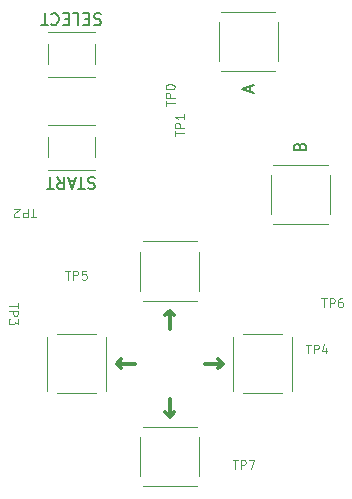
<source format=gto>
%TF.GenerationSoftware,KiCad,Pcbnew,(5.1.10)-1*%
%TF.CreationDate,2021-06-21T12:46:50-07:00*%
%TF.ProjectId,tactileAGB,74616374-696c-4654-9147-422e6b696361,1.0*%
%TF.SameCoordinates,Original*%
%TF.FileFunction,Legend,Top*%
%TF.FilePolarity,Positive*%
%FSLAX46Y46*%
G04 Gerber Fmt 4.6, Leading zero omitted, Abs format (unit mm)*
G04 Created by KiCad (PCBNEW (5.1.10)-1) date 2021-06-21 12:46:50*
%MOMM*%
%LPD*%
G01*
G04 APERTURE LIST*
%ADD10C,0.120000*%
%ADD11C,0.150000*%
%ADD12C,0.300000*%
%ADD13C,0.112500*%
G04 APERTURE END LIST*
D10*
%TO.C,A*%
X76990190Y-27272502D02*
X76990190Y-30572502D01*
X77190190Y-31422502D02*
X81790190Y-31422502D01*
X81990190Y-30572502D02*
X81990190Y-27272502D01*
X81790190Y-26422502D02*
X77190190Y-26422502D01*
%TO.C,B*%
X86425038Y-43505793D02*
X86425038Y-40205793D01*
X86225038Y-39355793D02*
X81625038Y-39355793D01*
X81425038Y-40205793D02*
X81425038Y-43505793D01*
X81625038Y-44355793D02*
X86225038Y-44355793D01*
%TO.C,\u2191*%
X70347007Y-62423175D02*
X70347007Y-65723175D01*
X70547007Y-66573175D02*
X75147007Y-66573175D01*
X75347007Y-65723175D02*
X75347007Y-62423175D01*
X75147007Y-61573175D02*
X70547007Y-61573175D01*
X66629507Y-53705675D02*
X63329507Y-53705675D01*
X62479507Y-53905675D02*
X62479507Y-58505675D01*
X63329507Y-58705675D02*
X66629507Y-58705675D01*
X67479507Y-58505675D02*
X67479507Y-53905675D01*
X79064507Y-58705675D02*
X82364507Y-58705675D01*
X83214507Y-58505675D02*
X83214507Y-53905675D01*
X82364507Y-53705675D02*
X79064507Y-53705675D01*
X78214507Y-53905675D02*
X78214507Y-58505675D01*
%TO.C,SELECT*%
X66480000Y-31870000D02*
X62580000Y-31870000D01*
X62580000Y-30820000D02*
X62580000Y-29120000D01*
X62580000Y-28070000D02*
X66480000Y-28070000D01*
X66480000Y-30820000D02*
X66480000Y-29120000D01*
%TO.C,START*%
X62580000Y-35948868D02*
X66480000Y-35948868D01*
X66480000Y-36998868D02*
X66480000Y-38698868D01*
X66480000Y-39748868D02*
X62580000Y-39748868D01*
X62580000Y-36998868D02*
X62580000Y-38698868D01*
%TO.C,\u2191*%
X75347007Y-49988175D02*
X75347007Y-46688175D01*
X75147007Y-45838175D02*
X70547007Y-45838175D01*
X70347007Y-46688175D02*
X70347007Y-49988175D01*
X70547007Y-50838175D02*
X75147007Y-50838175D01*
%TO.C,A*%
D11*
X79656856Y-33160597D02*
X79656856Y-32684406D01*
X79942570Y-33255835D02*
X78942570Y-32922502D01*
X79942570Y-32589168D01*
%TO.C,B*%
X83853609Y-37784364D02*
X83901228Y-37641507D01*
X83948847Y-37593888D01*
X84044085Y-37546269D01*
X84186942Y-37546269D01*
X84282180Y-37593888D01*
X84329799Y-37641507D01*
X84377418Y-37736745D01*
X84377418Y-38117697D01*
X83377418Y-38117697D01*
X83377418Y-37784364D01*
X83425038Y-37689126D01*
X83472657Y-37641507D01*
X83567895Y-37593888D01*
X83663133Y-37593888D01*
X83758371Y-37641507D01*
X83805990Y-37689126D01*
X83853609Y-37784364D01*
X83853609Y-38117697D01*
%TO.C,\u2191*%
D12*
X72847007Y-59168413D02*
X72847007Y-60692222D01*
X73227959Y-60311270D02*
X72847007Y-60692222D01*
X72466054Y-60311270D01*
X69884268Y-56205675D02*
X68360459Y-56205675D01*
X68741411Y-56586627D02*
X68360459Y-56205675D01*
X68741411Y-55824722D01*
X75809745Y-56205675D02*
X77333554Y-56205675D01*
X76952602Y-55824722D02*
X77333554Y-56205675D01*
X76952602Y-56586627D01*
%TO.C,SELECT*%
D11*
X67006190Y-26565238D02*
X66863333Y-26517619D01*
X66625238Y-26517619D01*
X66530000Y-26565238D01*
X66482380Y-26612857D01*
X66434761Y-26708095D01*
X66434761Y-26803333D01*
X66482380Y-26898571D01*
X66530000Y-26946190D01*
X66625238Y-26993809D01*
X66815714Y-27041428D01*
X66910952Y-27089047D01*
X66958571Y-27136666D01*
X67006190Y-27231904D01*
X67006190Y-27327142D01*
X66958571Y-27422380D01*
X66910952Y-27470000D01*
X66815714Y-27517619D01*
X66577619Y-27517619D01*
X66434761Y-27470000D01*
X66006190Y-27041428D02*
X65672857Y-27041428D01*
X65530000Y-26517619D02*
X66006190Y-26517619D01*
X66006190Y-27517619D01*
X65530000Y-27517619D01*
X64625238Y-26517619D02*
X65101428Y-26517619D01*
X65101428Y-27517619D01*
X64291904Y-27041428D02*
X63958571Y-27041428D01*
X63815714Y-26517619D02*
X64291904Y-26517619D01*
X64291904Y-27517619D01*
X63815714Y-27517619D01*
X62815714Y-26612857D02*
X62863333Y-26565238D01*
X63006190Y-26517619D01*
X63101428Y-26517619D01*
X63244285Y-26565238D01*
X63339523Y-26660476D01*
X63387142Y-26755714D01*
X63434761Y-26946190D01*
X63434761Y-27089047D01*
X63387142Y-27279523D01*
X63339523Y-27374761D01*
X63244285Y-27470000D01*
X63101428Y-27517619D01*
X63006190Y-27517619D01*
X62863333Y-27470000D01*
X62815714Y-27422380D01*
X62530000Y-27517619D02*
X61958571Y-27517619D01*
X62244285Y-26517619D02*
X62244285Y-27517619D01*
%TO.C,START*%
X66506190Y-40444106D02*
X66363333Y-40396487D01*
X66125238Y-40396487D01*
X66030000Y-40444106D01*
X65982380Y-40491725D01*
X65934761Y-40586963D01*
X65934761Y-40682201D01*
X65982380Y-40777439D01*
X66030000Y-40825058D01*
X66125238Y-40872677D01*
X66315714Y-40920296D01*
X66410952Y-40967915D01*
X66458571Y-41015534D01*
X66506190Y-41110772D01*
X66506190Y-41206010D01*
X66458571Y-41301248D01*
X66410952Y-41348868D01*
X66315714Y-41396487D01*
X66077619Y-41396487D01*
X65934761Y-41348868D01*
X65649047Y-41396487D02*
X65077619Y-41396487D01*
X65363333Y-40396487D02*
X65363333Y-41396487D01*
X64791904Y-40682201D02*
X64315714Y-40682201D01*
X64887142Y-40396487D02*
X64553809Y-41396487D01*
X64220476Y-40396487D01*
X63315714Y-40396487D02*
X63649047Y-40872677D01*
X63887142Y-40396487D02*
X63887142Y-41396487D01*
X63506190Y-41396487D01*
X63410952Y-41348868D01*
X63363333Y-41301248D01*
X63315714Y-41206010D01*
X63315714Y-41063153D01*
X63363333Y-40967915D01*
X63410952Y-40920296D01*
X63506190Y-40872677D01*
X63887142Y-40872677D01*
X63030000Y-41396487D02*
X62458571Y-41396487D01*
X62744285Y-40396487D02*
X62744285Y-41396487D01*
%TO.C,TP0*%
D13*
X72499285Y-34356428D02*
X72499285Y-33927857D01*
X73249285Y-34142142D02*
X72499285Y-34142142D01*
X73249285Y-33677857D02*
X72499285Y-33677857D01*
X72499285Y-33392142D01*
X72535000Y-33320714D01*
X72570714Y-33285000D01*
X72642142Y-33249285D01*
X72749285Y-33249285D01*
X72820714Y-33285000D01*
X72856428Y-33320714D01*
X72892142Y-33392142D01*
X72892142Y-33677857D01*
X72499285Y-32785000D02*
X72499285Y-32713571D01*
X72535000Y-32642142D01*
X72570714Y-32606428D01*
X72642142Y-32570714D01*
X72785000Y-32535000D01*
X72963571Y-32535000D01*
X73106428Y-32570714D01*
X73177857Y-32606428D01*
X73213571Y-32642142D01*
X73249285Y-32713571D01*
X73249285Y-32785000D01*
X73213571Y-32856428D01*
X73177857Y-32892142D01*
X73106428Y-32927857D01*
X72963571Y-32963571D01*
X72785000Y-32963571D01*
X72642142Y-32927857D01*
X72570714Y-32892142D01*
X72535000Y-32856428D01*
X72499285Y-32785000D01*
%TO.C,TP1*%
X73289285Y-36886428D02*
X73289285Y-36457857D01*
X74039285Y-36672142D02*
X73289285Y-36672142D01*
X74039285Y-36207857D02*
X73289285Y-36207857D01*
X73289285Y-35922142D01*
X73325000Y-35850714D01*
X73360714Y-35815000D01*
X73432142Y-35779285D01*
X73539285Y-35779285D01*
X73610714Y-35815000D01*
X73646428Y-35850714D01*
X73682142Y-35922142D01*
X73682142Y-36207857D01*
X74039285Y-35065000D02*
X74039285Y-35493571D01*
X74039285Y-35279285D02*
X73289285Y-35279285D01*
X73396428Y-35350714D01*
X73467857Y-35422142D01*
X73503571Y-35493571D01*
%TO.C,TP2*%
X61486428Y-43800714D02*
X61057857Y-43800714D01*
X61272142Y-43050714D02*
X61272142Y-43800714D01*
X60807857Y-43050714D02*
X60807857Y-43800714D01*
X60522142Y-43800714D01*
X60450714Y-43765000D01*
X60415000Y-43729285D01*
X60379285Y-43657857D01*
X60379285Y-43550714D01*
X60415000Y-43479285D01*
X60450714Y-43443571D01*
X60522142Y-43407857D01*
X60807857Y-43407857D01*
X60093571Y-43729285D02*
X60057857Y-43765000D01*
X59986428Y-43800714D01*
X59807857Y-43800714D01*
X59736428Y-43765000D01*
X59700714Y-43729285D01*
X59665000Y-43657857D01*
X59665000Y-43586428D01*
X59700714Y-43479285D01*
X60129285Y-43050714D01*
X59665000Y-43050714D01*
%TO.C,TP3*%
X59990714Y-51043571D02*
X59990714Y-51472142D01*
X59240714Y-51257857D02*
X59990714Y-51257857D01*
X59240714Y-51722142D02*
X59990714Y-51722142D01*
X59990714Y-52007857D01*
X59955000Y-52079285D01*
X59919285Y-52115000D01*
X59847857Y-52150714D01*
X59740714Y-52150714D01*
X59669285Y-52115000D01*
X59633571Y-52079285D01*
X59597857Y-52007857D01*
X59597857Y-51722142D01*
X59990714Y-52400714D02*
X59990714Y-52865000D01*
X59705000Y-52615000D01*
X59705000Y-52722142D01*
X59669285Y-52793571D01*
X59633571Y-52829285D01*
X59562142Y-52865000D01*
X59383571Y-52865000D01*
X59312142Y-52829285D01*
X59276428Y-52793571D01*
X59240714Y-52722142D01*
X59240714Y-52507857D01*
X59276428Y-52436428D01*
X59312142Y-52400714D01*
%TO.C,TP4*%
X84343571Y-54569285D02*
X84772142Y-54569285D01*
X84557857Y-55319285D02*
X84557857Y-54569285D01*
X85022142Y-55319285D02*
X85022142Y-54569285D01*
X85307857Y-54569285D01*
X85379285Y-54605000D01*
X85415000Y-54640714D01*
X85450714Y-54712142D01*
X85450714Y-54819285D01*
X85415000Y-54890714D01*
X85379285Y-54926428D01*
X85307857Y-54962142D01*
X85022142Y-54962142D01*
X86093571Y-54819285D02*
X86093571Y-55319285D01*
X85915000Y-54533571D02*
X85736428Y-55069285D01*
X86200714Y-55069285D01*
%TO.C,TP5*%
X63993571Y-48309285D02*
X64422142Y-48309285D01*
X64207857Y-49059285D02*
X64207857Y-48309285D01*
X64672142Y-49059285D02*
X64672142Y-48309285D01*
X64957857Y-48309285D01*
X65029285Y-48345000D01*
X65065000Y-48380714D01*
X65100714Y-48452142D01*
X65100714Y-48559285D01*
X65065000Y-48630714D01*
X65029285Y-48666428D01*
X64957857Y-48702142D01*
X64672142Y-48702142D01*
X65779285Y-48309285D02*
X65422142Y-48309285D01*
X65386428Y-48666428D01*
X65422142Y-48630714D01*
X65493571Y-48595000D01*
X65672142Y-48595000D01*
X65743571Y-48630714D01*
X65779285Y-48666428D01*
X65815000Y-48737857D01*
X65815000Y-48916428D01*
X65779285Y-48987857D01*
X65743571Y-49023571D01*
X65672142Y-49059285D01*
X65493571Y-49059285D01*
X65422142Y-49023571D01*
X65386428Y-48987857D01*
%TO.C,TP6*%
X85693571Y-50649285D02*
X86122142Y-50649285D01*
X85907857Y-51399285D02*
X85907857Y-50649285D01*
X86372142Y-51399285D02*
X86372142Y-50649285D01*
X86657857Y-50649285D01*
X86729285Y-50685000D01*
X86765000Y-50720714D01*
X86800714Y-50792142D01*
X86800714Y-50899285D01*
X86765000Y-50970714D01*
X86729285Y-51006428D01*
X86657857Y-51042142D01*
X86372142Y-51042142D01*
X87443571Y-50649285D02*
X87300714Y-50649285D01*
X87229285Y-50685000D01*
X87193571Y-50720714D01*
X87122142Y-50827857D01*
X87086428Y-50970714D01*
X87086428Y-51256428D01*
X87122142Y-51327857D01*
X87157857Y-51363571D01*
X87229285Y-51399285D01*
X87372142Y-51399285D01*
X87443571Y-51363571D01*
X87479285Y-51327857D01*
X87515000Y-51256428D01*
X87515000Y-51077857D01*
X87479285Y-51006428D01*
X87443571Y-50970714D01*
X87372142Y-50935000D01*
X87229285Y-50935000D01*
X87157857Y-50970714D01*
X87122142Y-51006428D01*
X87086428Y-51077857D01*
%TO.C,TP7*%
X78163571Y-64339285D02*
X78592142Y-64339285D01*
X78377857Y-65089285D02*
X78377857Y-64339285D01*
X78842142Y-65089285D02*
X78842142Y-64339285D01*
X79127857Y-64339285D01*
X79199285Y-64375000D01*
X79235000Y-64410714D01*
X79270714Y-64482142D01*
X79270714Y-64589285D01*
X79235000Y-64660714D01*
X79199285Y-64696428D01*
X79127857Y-64732142D01*
X78842142Y-64732142D01*
X79520714Y-64339285D02*
X80020714Y-64339285D01*
X79699285Y-65089285D01*
%TO.C,\u2191*%
D12*
X72847007Y-53242936D02*
X72847007Y-51719127D01*
X72466054Y-52100079D02*
X72847007Y-51719127D01*
X73227959Y-52100079D01*
%TD*%
M02*

</source>
